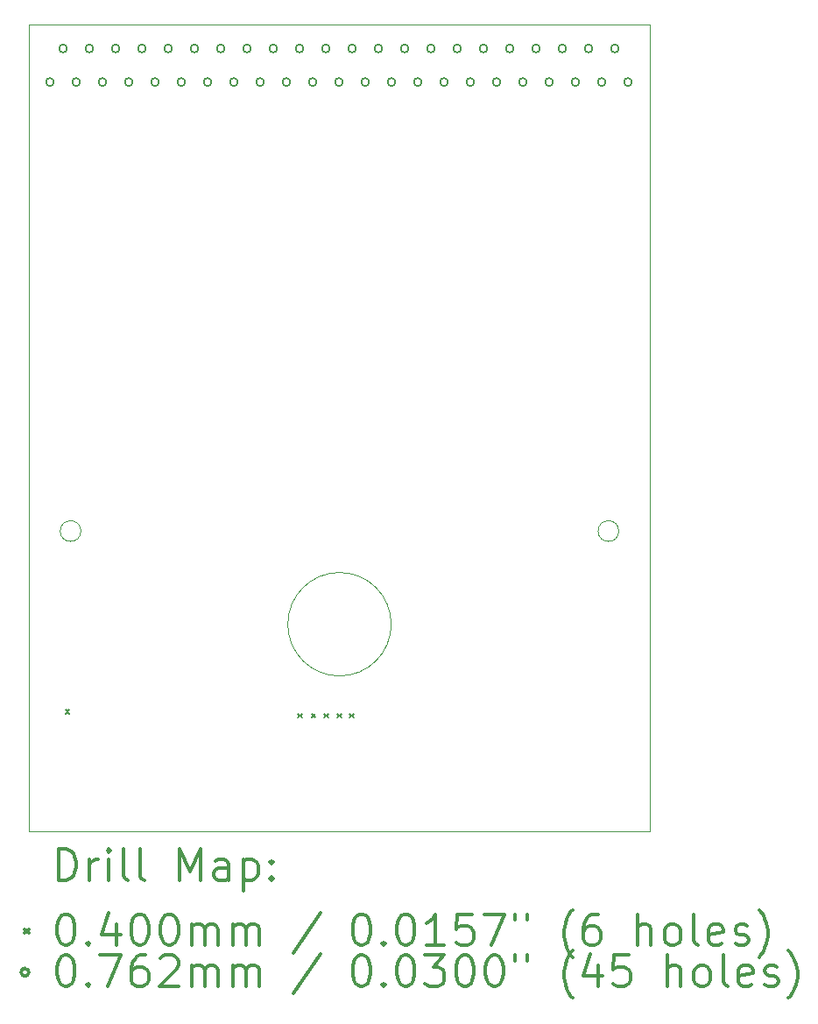
<source format=gbr>
%FSLAX45Y45*%
G04 Gerber Fmt 4.5, Leading zero omitted, Abs format (unit mm)*
G04 Created by KiCad (PCBNEW 5.1.10) date 2021-06-22 10:22:03*
%MOMM*%
%LPD*%
G01*
G04 APERTURE LIST*
%TA.AperFunction,Profile*%
%ADD10C,0.050000*%
%TD*%
%ADD11C,0.200000*%
%ADD12C,0.300000*%
G04 APERTURE END LIST*
D10*
X7760000Y-9225000D02*
G75*
G03*
X7760000Y-9225000I-100000J0D01*
G01*
X12960000Y-9225000D02*
G75*
G03*
X12960000Y-9225000I-100000J0D01*
G01*
X10760000Y-10125000D02*
G75*
G03*
X10760000Y-10125000I-500000J0D01*
G01*
X7260000Y-4330000D02*
X7260000Y-12130000D01*
X13260000Y-4330000D02*
X7260000Y-4330000D01*
X13260000Y-12130000D02*
X13260000Y-4330000D01*
X7260000Y-12130000D02*
X13260000Y-12130000D01*
D11*
X7610000Y-10950000D02*
X7650000Y-10990000D01*
X7650000Y-10950000D02*
X7610000Y-10990000D01*
X9860000Y-10990000D02*
X9900000Y-11030000D01*
X9900000Y-10990000D02*
X9860000Y-11030000D01*
X9990000Y-10990000D02*
X10030000Y-11030000D01*
X10030000Y-10990000D02*
X9990000Y-11030000D01*
X10110000Y-10990000D02*
X10150000Y-11030000D01*
X10150000Y-10990000D02*
X10110000Y-11030000D01*
X10240000Y-10990000D02*
X10280000Y-11030000D01*
X10280000Y-10990000D02*
X10240000Y-11030000D01*
X10360000Y-10990000D02*
X10400000Y-11030000D01*
X10400000Y-10990000D02*
X10360000Y-11030000D01*
X7498100Y-4885000D02*
G75*
G03*
X7498100Y-4885000I-38100J0D01*
G01*
X7625100Y-4560000D02*
G75*
G03*
X7625100Y-4560000I-38100J0D01*
G01*
X7752100Y-4885000D02*
G75*
G03*
X7752100Y-4885000I-38100J0D01*
G01*
X7879100Y-4560000D02*
G75*
G03*
X7879100Y-4560000I-38100J0D01*
G01*
X8006100Y-4885000D02*
G75*
G03*
X8006100Y-4885000I-38100J0D01*
G01*
X8133100Y-4560000D02*
G75*
G03*
X8133100Y-4560000I-38100J0D01*
G01*
X8260100Y-4885000D02*
G75*
G03*
X8260100Y-4885000I-38100J0D01*
G01*
X8387100Y-4560000D02*
G75*
G03*
X8387100Y-4560000I-38100J0D01*
G01*
X8514100Y-4885000D02*
G75*
G03*
X8514100Y-4885000I-38100J0D01*
G01*
X8641100Y-4560000D02*
G75*
G03*
X8641100Y-4560000I-38100J0D01*
G01*
X8768100Y-4885000D02*
G75*
G03*
X8768100Y-4885000I-38100J0D01*
G01*
X8895100Y-4560000D02*
G75*
G03*
X8895100Y-4560000I-38100J0D01*
G01*
X9022100Y-4885000D02*
G75*
G03*
X9022100Y-4885000I-38100J0D01*
G01*
X9149100Y-4560000D02*
G75*
G03*
X9149100Y-4560000I-38100J0D01*
G01*
X9276100Y-4885000D02*
G75*
G03*
X9276100Y-4885000I-38100J0D01*
G01*
X9403100Y-4560000D02*
G75*
G03*
X9403100Y-4560000I-38100J0D01*
G01*
X9530100Y-4885000D02*
G75*
G03*
X9530100Y-4885000I-38100J0D01*
G01*
X9657100Y-4560000D02*
G75*
G03*
X9657100Y-4560000I-38100J0D01*
G01*
X9784100Y-4885000D02*
G75*
G03*
X9784100Y-4885000I-38100J0D01*
G01*
X9911100Y-4560000D02*
G75*
G03*
X9911100Y-4560000I-38100J0D01*
G01*
X10038100Y-4885000D02*
G75*
G03*
X10038100Y-4885000I-38100J0D01*
G01*
X10165100Y-4560000D02*
G75*
G03*
X10165100Y-4560000I-38100J0D01*
G01*
X10292100Y-4885000D02*
G75*
G03*
X10292100Y-4885000I-38100J0D01*
G01*
X10419100Y-4560000D02*
G75*
G03*
X10419100Y-4560000I-38100J0D01*
G01*
X10546100Y-4885000D02*
G75*
G03*
X10546100Y-4885000I-38100J0D01*
G01*
X10673100Y-4560000D02*
G75*
G03*
X10673100Y-4560000I-38100J0D01*
G01*
X10800100Y-4885000D02*
G75*
G03*
X10800100Y-4885000I-38100J0D01*
G01*
X10927100Y-4560000D02*
G75*
G03*
X10927100Y-4560000I-38100J0D01*
G01*
X11054100Y-4885000D02*
G75*
G03*
X11054100Y-4885000I-38100J0D01*
G01*
X11181100Y-4560000D02*
G75*
G03*
X11181100Y-4560000I-38100J0D01*
G01*
X11308100Y-4885000D02*
G75*
G03*
X11308100Y-4885000I-38100J0D01*
G01*
X11435100Y-4560000D02*
G75*
G03*
X11435100Y-4560000I-38100J0D01*
G01*
X11562100Y-4885000D02*
G75*
G03*
X11562100Y-4885000I-38100J0D01*
G01*
X11689100Y-4560000D02*
G75*
G03*
X11689100Y-4560000I-38100J0D01*
G01*
X11816100Y-4885000D02*
G75*
G03*
X11816100Y-4885000I-38100J0D01*
G01*
X11943100Y-4560000D02*
G75*
G03*
X11943100Y-4560000I-38100J0D01*
G01*
X12070100Y-4885000D02*
G75*
G03*
X12070100Y-4885000I-38100J0D01*
G01*
X12197100Y-4560000D02*
G75*
G03*
X12197100Y-4560000I-38100J0D01*
G01*
X12324100Y-4885000D02*
G75*
G03*
X12324100Y-4885000I-38100J0D01*
G01*
X12451100Y-4560000D02*
G75*
G03*
X12451100Y-4560000I-38100J0D01*
G01*
X12578100Y-4885000D02*
G75*
G03*
X12578100Y-4885000I-38100J0D01*
G01*
X12705100Y-4560000D02*
G75*
G03*
X12705100Y-4560000I-38100J0D01*
G01*
X12832100Y-4885000D02*
G75*
G03*
X12832100Y-4885000I-38100J0D01*
G01*
X12959100Y-4560000D02*
G75*
G03*
X12959100Y-4560000I-38100J0D01*
G01*
X13086100Y-4885000D02*
G75*
G03*
X13086100Y-4885000I-38100J0D01*
G01*
D12*
X7543928Y-12598214D02*
X7543928Y-12298214D01*
X7615357Y-12298214D01*
X7658214Y-12312500D01*
X7686786Y-12341071D01*
X7701071Y-12369643D01*
X7715357Y-12426786D01*
X7715357Y-12469643D01*
X7701071Y-12526786D01*
X7686786Y-12555357D01*
X7658214Y-12583929D01*
X7615357Y-12598214D01*
X7543928Y-12598214D01*
X7843928Y-12598214D02*
X7843928Y-12398214D01*
X7843928Y-12455357D02*
X7858214Y-12426786D01*
X7872500Y-12412500D01*
X7901071Y-12398214D01*
X7929643Y-12398214D01*
X8029643Y-12598214D02*
X8029643Y-12398214D01*
X8029643Y-12298214D02*
X8015357Y-12312500D01*
X8029643Y-12326786D01*
X8043928Y-12312500D01*
X8029643Y-12298214D01*
X8029643Y-12326786D01*
X8215357Y-12598214D02*
X8186786Y-12583929D01*
X8172500Y-12555357D01*
X8172500Y-12298214D01*
X8372500Y-12598214D02*
X8343928Y-12583929D01*
X8329643Y-12555357D01*
X8329643Y-12298214D01*
X8715357Y-12598214D02*
X8715357Y-12298214D01*
X8815357Y-12512500D01*
X8915357Y-12298214D01*
X8915357Y-12598214D01*
X9186786Y-12598214D02*
X9186786Y-12441071D01*
X9172500Y-12412500D01*
X9143928Y-12398214D01*
X9086786Y-12398214D01*
X9058214Y-12412500D01*
X9186786Y-12583929D02*
X9158214Y-12598214D01*
X9086786Y-12598214D01*
X9058214Y-12583929D01*
X9043928Y-12555357D01*
X9043928Y-12526786D01*
X9058214Y-12498214D01*
X9086786Y-12483929D01*
X9158214Y-12483929D01*
X9186786Y-12469643D01*
X9329643Y-12398214D02*
X9329643Y-12698214D01*
X9329643Y-12412500D02*
X9358214Y-12398214D01*
X9415357Y-12398214D01*
X9443928Y-12412500D01*
X9458214Y-12426786D01*
X9472500Y-12455357D01*
X9472500Y-12541071D01*
X9458214Y-12569643D01*
X9443928Y-12583929D01*
X9415357Y-12598214D01*
X9358214Y-12598214D01*
X9329643Y-12583929D01*
X9601071Y-12569643D02*
X9615357Y-12583929D01*
X9601071Y-12598214D01*
X9586786Y-12583929D01*
X9601071Y-12569643D01*
X9601071Y-12598214D01*
X9601071Y-12412500D02*
X9615357Y-12426786D01*
X9601071Y-12441071D01*
X9586786Y-12426786D01*
X9601071Y-12412500D01*
X9601071Y-12441071D01*
X7217500Y-13072500D02*
X7257500Y-13112500D01*
X7257500Y-13072500D02*
X7217500Y-13112500D01*
X7601071Y-12928214D02*
X7629643Y-12928214D01*
X7658214Y-12942500D01*
X7672500Y-12956786D01*
X7686786Y-12985357D01*
X7701071Y-13042500D01*
X7701071Y-13113929D01*
X7686786Y-13171071D01*
X7672500Y-13199643D01*
X7658214Y-13213929D01*
X7629643Y-13228214D01*
X7601071Y-13228214D01*
X7572500Y-13213929D01*
X7558214Y-13199643D01*
X7543928Y-13171071D01*
X7529643Y-13113929D01*
X7529643Y-13042500D01*
X7543928Y-12985357D01*
X7558214Y-12956786D01*
X7572500Y-12942500D01*
X7601071Y-12928214D01*
X7829643Y-13199643D02*
X7843928Y-13213929D01*
X7829643Y-13228214D01*
X7815357Y-13213929D01*
X7829643Y-13199643D01*
X7829643Y-13228214D01*
X8101071Y-13028214D02*
X8101071Y-13228214D01*
X8029643Y-12913929D02*
X7958214Y-13128214D01*
X8143928Y-13128214D01*
X8315357Y-12928214D02*
X8343928Y-12928214D01*
X8372500Y-12942500D01*
X8386786Y-12956786D01*
X8401071Y-12985357D01*
X8415357Y-13042500D01*
X8415357Y-13113929D01*
X8401071Y-13171071D01*
X8386786Y-13199643D01*
X8372500Y-13213929D01*
X8343928Y-13228214D01*
X8315357Y-13228214D01*
X8286786Y-13213929D01*
X8272500Y-13199643D01*
X8258214Y-13171071D01*
X8243928Y-13113929D01*
X8243928Y-13042500D01*
X8258214Y-12985357D01*
X8272500Y-12956786D01*
X8286786Y-12942500D01*
X8315357Y-12928214D01*
X8601071Y-12928214D02*
X8629643Y-12928214D01*
X8658214Y-12942500D01*
X8672500Y-12956786D01*
X8686786Y-12985357D01*
X8701071Y-13042500D01*
X8701071Y-13113929D01*
X8686786Y-13171071D01*
X8672500Y-13199643D01*
X8658214Y-13213929D01*
X8629643Y-13228214D01*
X8601071Y-13228214D01*
X8572500Y-13213929D01*
X8558214Y-13199643D01*
X8543928Y-13171071D01*
X8529643Y-13113929D01*
X8529643Y-13042500D01*
X8543928Y-12985357D01*
X8558214Y-12956786D01*
X8572500Y-12942500D01*
X8601071Y-12928214D01*
X8829643Y-13228214D02*
X8829643Y-13028214D01*
X8829643Y-13056786D02*
X8843928Y-13042500D01*
X8872500Y-13028214D01*
X8915357Y-13028214D01*
X8943928Y-13042500D01*
X8958214Y-13071071D01*
X8958214Y-13228214D01*
X8958214Y-13071071D02*
X8972500Y-13042500D01*
X9001071Y-13028214D01*
X9043928Y-13028214D01*
X9072500Y-13042500D01*
X9086786Y-13071071D01*
X9086786Y-13228214D01*
X9229643Y-13228214D02*
X9229643Y-13028214D01*
X9229643Y-13056786D02*
X9243928Y-13042500D01*
X9272500Y-13028214D01*
X9315357Y-13028214D01*
X9343928Y-13042500D01*
X9358214Y-13071071D01*
X9358214Y-13228214D01*
X9358214Y-13071071D02*
X9372500Y-13042500D01*
X9401071Y-13028214D01*
X9443928Y-13028214D01*
X9472500Y-13042500D01*
X9486786Y-13071071D01*
X9486786Y-13228214D01*
X10072500Y-12913929D02*
X9815357Y-13299643D01*
X10458214Y-12928214D02*
X10486786Y-12928214D01*
X10515357Y-12942500D01*
X10529643Y-12956786D01*
X10543928Y-12985357D01*
X10558214Y-13042500D01*
X10558214Y-13113929D01*
X10543928Y-13171071D01*
X10529643Y-13199643D01*
X10515357Y-13213929D01*
X10486786Y-13228214D01*
X10458214Y-13228214D01*
X10429643Y-13213929D01*
X10415357Y-13199643D01*
X10401071Y-13171071D01*
X10386786Y-13113929D01*
X10386786Y-13042500D01*
X10401071Y-12985357D01*
X10415357Y-12956786D01*
X10429643Y-12942500D01*
X10458214Y-12928214D01*
X10686786Y-13199643D02*
X10701071Y-13213929D01*
X10686786Y-13228214D01*
X10672500Y-13213929D01*
X10686786Y-13199643D01*
X10686786Y-13228214D01*
X10886786Y-12928214D02*
X10915357Y-12928214D01*
X10943928Y-12942500D01*
X10958214Y-12956786D01*
X10972500Y-12985357D01*
X10986786Y-13042500D01*
X10986786Y-13113929D01*
X10972500Y-13171071D01*
X10958214Y-13199643D01*
X10943928Y-13213929D01*
X10915357Y-13228214D01*
X10886786Y-13228214D01*
X10858214Y-13213929D01*
X10843928Y-13199643D01*
X10829643Y-13171071D01*
X10815357Y-13113929D01*
X10815357Y-13042500D01*
X10829643Y-12985357D01*
X10843928Y-12956786D01*
X10858214Y-12942500D01*
X10886786Y-12928214D01*
X11272500Y-13228214D02*
X11101071Y-13228214D01*
X11186786Y-13228214D02*
X11186786Y-12928214D01*
X11158214Y-12971071D01*
X11129643Y-12999643D01*
X11101071Y-13013929D01*
X11543928Y-12928214D02*
X11401071Y-12928214D01*
X11386786Y-13071071D01*
X11401071Y-13056786D01*
X11429643Y-13042500D01*
X11501071Y-13042500D01*
X11529643Y-13056786D01*
X11543928Y-13071071D01*
X11558214Y-13099643D01*
X11558214Y-13171071D01*
X11543928Y-13199643D01*
X11529643Y-13213929D01*
X11501071Y-13228214D01*
X11429643Y-13228214D01*
X11401071Y-13213929D01*
X11386786Y-13199643D01*
X11658214Y-12928214D02*
X11858214Y-12928214D01*
X11729643Y-13228214D01*
X11958214Y-12928214D02*
X11958214Y-12985357D01*
X12072500Y-12928214D02*
X12072500Y-12985357D01*
X12515357Y-13342500D02*
X12501071Y-13328214D01*
X12472500Y-13285357D01*
X12458214Y-13256786D01*
X12443928Y-13213929D01*
X12429643Y-13142500D01*
X12429643Y-13085357D01*
X12443928Y-13013929D01*
X12458214Y-12971071D01*
X12472500Y-12942500D01*
X12501071Y-12899643D01*
X12515357Y-12885357D01*
X12758214Y-12928214D02*
X12701071Y-12928214D01*
X12672500Y-12942500D01*
X12658214Y-12956786D01*
X12629643Y-12999643D01*
X12615357Y-13056786D01*
X12615357Y-13171071D01*
X12629643Y-13199643D01*
X12643928Y-13213929D01*
X12672500Y-13228214D01*
X12729643Y-13228214D01*
X12758214Y-13213929D01*
X12772500Y-13199643D01*
X12786786Y-13171071D01*
X12786786Y-13099643D01*
X12772500Y-13071071D01*
X12758214Y-13056786D01*
X12729643Y-13042500D01*
X12672500Y-13042500D01*
X12643928Y-13056786D01*
X12629643Y-13071071D01*
X12615357Y-13099643D01*
X13143928Y-13228214D02*
X13143928Y-12928214D01*
X13272500Y-13228214D02*
X13272500Y-13071071D01*
X13258214Y-13042500D01*
X13229643Y-13028214D01*
X13186786Y-13028214D01*
X13158214Y-13042500D01*
X13143928Y-13056786D01*
X13458214Y-13228214D02*
X13429643Y-13213929D01*
X13415357Y-13199643D01*
X13401071Y-13171071D01*
X13401071Y-13085357D01*
X13415357Y-13056786D01*
X13429643Y-13042500D01*
X13458214Y-13028214D01*
X13501071Y-13028214D01*
X13529643Y-13042500D01*
X13543928Y-13056786D01*
X13558214Y-13085357D01*
X13558214Y-13171071D01*
X13543928Y-13199643D01*
X13529643Y-13213929D01*
X13501071Y-13228214D01*
X13458214Y-13228214D01*
X13729643Y-13228214D02*
X13701071Y-13213929D01*
X13686786Y-13185357D01*
X13686786Y-12928214D01*
X13958214Y-13213929D02*
X13929643Y-13228214D01*
X13872500Y-13228214D01*
X13843928Y-13213929D01*
X13829643Y-13185357D01*
X13829643Y-13071071D01*
X13843928Y-13042500D01*
X13872500Y-13028214D01*
X13929643Y-13028214D01*
X13958214Y-13042500D01*
X13972500Y-13071071D01*
X13972500Y-13099643D01*
X13829643Y-13128214D01*
X14086786Y-13213929D02*
X14115357Y-13228214D01*
X14172500Y-13228214D01*
X14201071Y-13213929D01*
X14215357Y-13185357D01*
X14215357Y-13171071D01*
X14201071Y-13142500D01*
X14172500Y-13128214D01*
X14129643Y-13128214D01*
X14101071Y-13113929D01*
X14086786Y-13085357D01*
X14086786Y-13071071D01*
X14101071Y-13042500D01*
X14129643Y-13028214D01*
X14172500Y-13028214D01*
X14201071Y-13042500D01*
X14315357Y-13342500D02*
X14329643Y-13328214D01*
X14358214Y-13285357D01*
X14372500Y-13256786D01*
X14386786Y-13213929D01*
X14401071Y-13142500D01*
X14401071Y-13085357D01*
X14386786Y-13013929D01*
X14372500Y-12971071D01*
X14358214Y-12942500D01*
X14329643Y-12899643D01*
X14315357Y-12885357D01*
X7257500Y-13488500D02*
G75*
G03*
X7257500Y-13488500I-38100J0D01*
G01*
X7601071Y-13324214D02*
X7629643Y-13324214D01*
X7658214Y-13338500D01*
X7672500Y-13352786D01*
X7686786Y-13381357D01*
X7701071Y-13438500D01*
X7701071Y-13509929D01*
X7686786Y-13567071D01*
X7672500Y-13595643D01*
X7658214Y-13609929D01*
X7629643Y-13624214D01*
X7601071Y-13624214D01*
X7572500Y-13609929D01*
X7558214Y-13595643D01*
X7543928Y-13567071D01*
X7529643Y-13509929D01*
X7529643Y-13438500D01*
X7543928Y-13381357D01*
X7558214Y-13352786D01*
X7572500Y-13338500D01*
X7601071Y-13324214D01*
X7829643Y-13595643D02*
X7843928Y-13609929D01*
X7829643Y-13624214D01*
X7815357Y-13609929D01*
X7829643Y-13595643D01*
X7829643Y-13624214D01*
X7943928Y-13324214D02*
X8143928Y-13324214D01*
X8015357Y-13624214D01*
X8386786Y-13324214D02*
X8329643Y-13324214D01*
X8301071Y-13338500D01*
X8286786Y-13352786D01*
X8258214Y-13395643D01*
X8243928Y-13452786D01*
X8243928Y-13567071D01*
X8258214Y-13595643D01*
X8272500Y-13609929D01*
X8301071Y-13624214D01*
X8358214Y-13624214D01*
X8386786Y-13609929D01*
X8401071Y-13595643D01*
X8415357Y-13567071D01*
X8415357Y-13495643D01*
X8401071Y-13467071D01*
X8386786Y-13452786D01*
X8358214Y-13438500D01*
X8301071Y-13438500D01*
X8272500Y-13452786D01*
X8258214Y-13467071D01*
X8243928Y-13495643D01*
X8529643Y-13352786D02*
X8543928Y-13338500D01*
X8572500Y-13324214D01*
X8643928Y-13324214D01*
X8672500Y-13338500D01*
X8686786Y-13352786D01*
X8701071Y-13381357D01*
X8701071Y-13409929D01*
X8686786Y-13452786D01*
X8515357Y-13624214D01*
X8701071Y-13624214D01*
X8829643Y-13624214D02*
X8829643Y-13424214D01*
X8829643Y-13452786D02*
X8843928Y-13438500D01*
X8872500Y-13424214D01*
X8915357Y-13424214D01*
X8943928Y-13438500D01*
X8958214Y-13467071D01*
X8958214Y-13624214D01*
X8958214Y-13467071D02*
X8972500Y-13438500D01*
X9001071Y-13424214D01*
X9043928Y-13424214D01*
X9072500Y-13438500D01*
X9086786Y-13467071D01*
X9086786Y-13624214D01*
X9229643Y-13624214D02*
X9229643Y-13424214D01*
X9229643Y-13452786D02*
X9243928Y-13438500D01*
X9272500Y-13424214D01*
X9315357Y-13424214D01*
X9343928Y-13438500D01*
X9358214Y-13467071D01*
X9358214Y-13624214D01*
X9358214Y-13467071D02*
X9372500Y-13438500D01*
X9401071Y-13424214D01*
X9443928Y-13424214D01*
X9472500Y-13438500D01*
X9486786Y-13467071D01*
X9486786Y-13624214D01*
X10072500Y-13309929D02*
X9815357Y-13695643D01*
X10458214Y-13324214D02*
X10486786Y-13324214D01*
X10515357Y-13338500D01*
X10529643Y-13352786D01*
X10543928Y-13381357D01*
X10558214Y-13438500D01*
X10558214Y-13509929D01*
X10543928Y-13567071D01*
X10529643Y-13595643D01*
X10515357Y-13609929D01*
X10486786Y-13624214D01*
X10458214Y-13624214D01*
X10429643Y-13609929D01*
X10415357Y-13595643D01*
X10401071Y-13567071D01*
X10386786Y-13509929D01*
X10386786Y-13438500D01*
X10401071Y-13381357D01*
X10415357Y-13352786D01*
X10429643Y-13338500D01*
X10458214Y-13324214D01*
X10686786Y-13595643D02*
X10701071Y-13609929D01*
X10686786Y-13624214D01*
X10672500Y-13609929D01*
X10686786Y-13595643D01*
X10686786Y-13624214D01*
X10886786Y-13324214D02*
X10915357Y-13324214D01*
X10943928Y-13338500D01*
X10958214Y-13352786D01*
X10972500Y-13381357D01*
X10986786Y-13438500D01*
X10986786Y-13509929D01*
X10972500Y-13567071D01*
X10958214Y-13595643D01*
X10943928Y-13609929D01*
X10915357Y-13624214D01*
X10886786Y-13624214D01*
X10858214Y-13609929D01*
X10843928Y-13595643D01*
X10829643Y-13567071D01*
X10815357Y-13509929D01*
X10815357Y-13438500D01*
X10829643Y-13381357D01*
X10843928Y-13352786D01*
X10858214Y-13338500D01*
X10886786Y-13324214D01*
X11086786Y-13324214D02*
X11272500Y-13324214D01*
X11172500Y-13438500D01*
X11215357Y-13438500D01*
X11243928Y-13452786D01*
X11258214Y-13467071D01*
X11272500Y-13495643D01*
X11272500Y-13567071D01*
X11258214Y-13595643D01*
X11243928Y-13609929D01*
X11215357Y-13624214D01*
X11129643Y-13624214D01*
X11101071Y-13609929D01*
X11086786Y-13595643D01*
X11458214Y-13324214D02*
X11486786Y-13324214D01*
X11515357Y-13338500D01*
X11529643Y-13352786D01*
X11543928Y-13381357D01*
X11558214Y-13438500D01*
X11558214Y-13509929D01*
X11543928Y-13567071D01*
X11529643Y-13595643D01*
X11515357Y-13609929D01*
X11486786Y-13624214D01*
X11458214Y-13624214D01*
X11429643Y-13609929D01*
X11415357Y-13595643D01*
X11401071Y-13567071D01*
X11386786Y-13509929D01*
X11386786Y-13438500D01*
X11401071Y-13381357D01*
X11415357Y-13352786D01*
X11429643Y-13338500D01*
X11458214Y-13324214D01*
X11743928Y-13324214D02*
X11772500Y-13324214D01*
X11801071Y-13338500D01*
X11815357Y-13352786D01*
X11829643Y-13381357D01*
X11843928Y-13438500D01*
X11843928Y-13509929D01*
X11829643Y-13567071D01*
X11815357Y-13595643D01*
X11801071Y-13609929D01*
X11772500Y-13624214D01*
X11743928Y-13624214D01*
X11715357Y-13609929D01*
X11701071Y-13595643D01*
X11686786Y-13567071D01*
X11672500Y-13509929D01*
X11672500Y-13438500D01*
X11686786Y-13381357D01*
X11701071Y-13352786D01*
X11715357Y-13338500D01*
X11743928Y-13324214D01*
X11958214Y-13324214D02*
X11958214Y-13381357D01*
X12072500Y-13324214D02*
X12072500Y-13381357D01*
X12515357Y-13738500D02*
X12501071Y-13724214D01*
X12472500Y-13681357D01*
X12458214Y-13652786D01*
X12443928Y-13609929D01*
X12429643Y-13538500D01*
X12429643Y-13481357D01*
X12443928Y-13409929D01*
X12458214Y-13367071D01*
X12472500Y-13338500D01*
X12501071Y-13295643D01*
X12515357Y-13281357D01*
X12758214Y-13424214D02*
X12758214Y-13624214D01*
X12686786Y-13309929D02*
X12615357Y-13524214D01*
X12801071Y-13524214D01*
X13058214Y-13324214D02*
X12915357Y-13324214D01*
X12901071Y-13467071D01*
X12915357Y-13452786D01*
X12943928Y-13438500D01*
X13015357Y-13438500D01*
X13043928Y-13452786D01*
X13058214Y-13467071D01*
X13072500Y-13495643D01*
X13072500Y-13567071D01*
X13058214Y-13595643D01*
X13043928Y-13609929D01*
X13015357Y-13624214D01*
X12943928Y-13624214D01*
X12915357Y-13609929D01*
X12901071Y-13595643D01*
X13429643Y-13624214D02*
X13429643Y-13324214D01*
X13558214Y-13624214D02*
X13558214Y-13467071D01*
X13543928Y-13438500D01*
X13515357Y-13424214D01*
X13472500Y-13424214D01*
X13443928Y-13438500D01*
X13429643Y-13452786D01*
X13743928Y-13624214D02*
X13715357Y-13609929D01*
X13701071Y-13595643D01*
X13686786Y-13567071D01*
X13686786Y-13481357D01*
X13701071Y-13452786D01*
X13715357Y-13438500D01*
X13743928Y-13424214D01*
X13786786Y-13424214D01*
X13815357Y-13438500D01*
X13829643Y-13452786D01*
X13843928Y-13481357D01*
X13843928Y-13567071D01*
X13829643Y-13595643D01*
X13815357Y-13609929D01*
X13786786Y-13624214D01*
X13743928Y-13624214D01*
X14015357Y-13624214D02*
X13986786Y-13609929D01*
X13972500Y-13581357D01*
X13972500Y-13324214D01*
X14243928Y-13609929D02*
X14215357Y-13624214D01*
X14158214Y-13624214D01*
X14129643Y-13609929D01*
X14115357Y-13581357D01*
X14115357Y-13467071D01*
X14129643Y-13438500D01*
X14158214Y-13424214D01*
X14215357Y-13424214D01*
X14243928Y-13438500D01*
X14258214Y-13467071D01*
X14258214Y-13495643D01*
X14115357Y-13524214D01*
X14372500Y-13609929D02*
X14401071Y-13624214D01*
X14458214Y-13624214D01*
X14486786Y-13609929D01*
X14501071Y-13581357D01*
X14501071Y-13567071D01*
X14486786Y-13538500D01*
X14458214Y-13524214D01*
X14415357Y-13524214D01*
X14386786Y-13509929D01*
X14372500Y-13481357D01*
X14372500Y-13467071D01*
X14386786Y-13438500D01*
X14415357Y-13424214D01*
X14458214Y-13424214D01*
X14486786Y-13438500D01*
X14601071Y-13738500D02*
X14615357Y-13724214D01*
X14643928Y-13681357D01*
X14658214Y-13652786D01*
X14672500Y-13609929D01*
X14686786Y-13538500D01*
X14686786Y-13481357D01*
X14672500Y-13409929D01*
X14658214Y-13367071D01*
X14643928Y-13338500D01*
X14615357Y-13295643D01*
X14601071Y-13281357D01*
M02*

</source>
